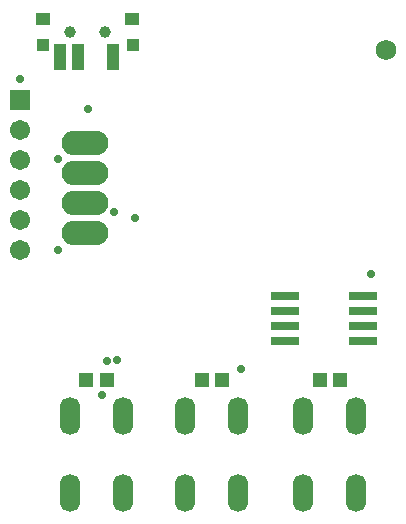
<source format=gts>
G04 Layer_Color=8388736*
%FSLAX25Y25*%
%MOIN*%
G70*
G01*
G75*
%ADD32R,0.09800X0.03162*%
%ADD33R,0.05131X0.04737*%
%ADD34R,0.03950X0.08674*%
%ADD35R,0.04343X0.03950*%
%ADD36R,0.04737X0.03950*%
%ADD37C,0.06800*%
%ADD38C,0.06706*%
%ADD39R,0.06706X0.06706*%
%ADD40O,0.06706X0.12611*%
%ADD41C,0.03950*%
%ADD42O,0.15600X0.08200*%
%ADD43C,0.02768*%
D32*
X95158Y81319D02*
D03*
Y76319D02*
D03*
Y66319D02*
D03*
X121378Y81319D02*
D03*
Y76319D02*
D03*
Y66319D02*
D03*
X95158Y71319D02*
D03*
X121378D02*
D03*
D33*
X106890Y53150D02*
D03*
X113582D02*
D03*
X74212D02*
D03*
X67520D02*
D03*
X29134D02*
D03*
X35826D02*
D03*
D34*
X26288Y161023D02*
D03*
X38099D02*
D03*
X20382D02*
D03*
D35*
X44489Y164862D02*
D03*
X14567D02*
D03*
D36*
X44292Y173720D02*
D03*
X14764D02*
D03*
D37*
X128937Y163386D02*
D03*
D38*
X6890Y96653D02*
D03*
Y106653D02*
D03*
Y116654D02*
D03*
Y126654D02*
D03*
Y136653D02*
D03*
D39*
Y146653D02*
D03*
D40*
X79724Y41338D02*
D03*
Y15748D02*
D03*
X62008Y41338D02*
D03*
Y15748D02*
D03*
X23622D02*
D03*
Y41338D02*
D03*
X41338Y15748D02*
D03*
Y41338D02*
D03*
X119094D02*
D03*
Y15748D02*
D03*
X101378Y41338D02*
D03*
Y15748D02*
D03*
D41*
X35434Y169291D02*
D03*
X23622D02*
D03*
D42*
X28701Y102323D02*
D03*
Y112323D02*
D03*
Y122323D02*
D03*
Y132323D02*
D03*
D43*
X6890Y153543D02*
D03*
X29528Y143701D02*
D03*
X124016Y88583D02*
D03*
X19685Y126969D02*
D03*
X45276Y107283D02*
D03*
X34449Y48228D02*
D03*
X80709Y57087D02*
D03*
X19685Y96457D02*
D03*
X38386Y109252D02*
D03*
X35826Y59646D02*
D03*
X39370Y60039D02*
D03*
M02*

</source>
